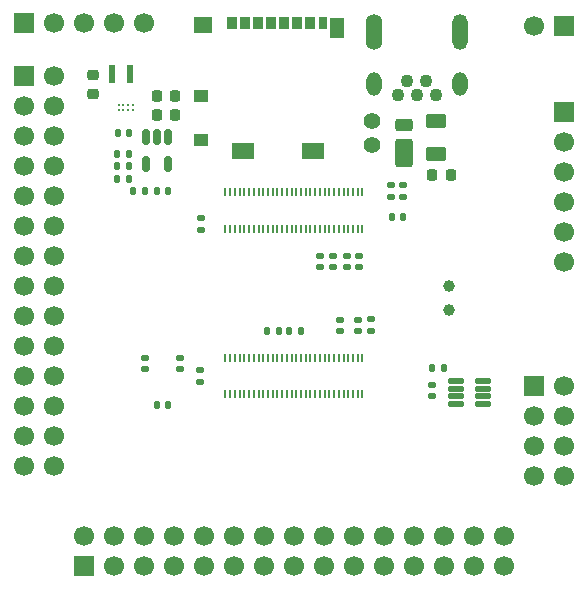
<source format=gbr>
%TF.GenerationSoftware,KiCad,Pcbnew,9.0.0+1*%
%TF.CreationDate,2025-08-24T22:54:41+08:00*%
%TF.ProjectId,cube,63756265-2e6b-4696-9361-645f70636258,rev?*%
%TF.SameCoordinates,Original*%
%TF.FileFunction,Soldermask,Top*%
%TF.FilePolarity,Negative*%
%FSLAX46Y46*%
G04 Gerber Fmt 4.6, Leading zero omitted, Abs format (unit mm)*
G04 Created by KiCad (PCBNEW 9.0.0+1) date 2025-08-24 22:54:41*
%MOMM*%
%LPD*%
G01*
G04 APERTURE LIST*
G04 Aperture macros list*
%AMRoundRect*
0 Rectangle with rounded corners*
0 $1 Rounding radius*
0 $2 $3 $4 $5 $6 $7 $8 $9 X,Y pos of 4 corners*
0 Add a 4 corners polygon primitive as box body*
4,1,4,$2,$3,$4,$5,$6,$7,$8,$9,$2,$3,0*
0 Add four circle primitives for the rounded corners*
1,1,$1+$1,$2,$3*
1,1,$1+$1,$4,$5*
1,1,$1+$1,$6,$7*
1,1,$1+$1,$8,$9*
0 Add four rect primitives between the rounded corners*
20,1,$1+$1,$2,$3,$4,$5,0*
20,1,$1+$1,$4,$5,$6,$7,0*
20,1,$1+$1,$6,$7,$8,$9,0*
20,1,$1+$1,$8,$9,$2,$3,0*%
G04 Aperture macros list end*
%ADD10R,1.700000X1.700000*%
%ADD11C,1.700000*%
%ADD12C,1.000000*%
%ADD13RoundRect,0.150000X-0.150000X0.512500X-0.150000X-0.512500X0.150000X-0.512500X0.150000X0.512500X0*%
%ADD14RoundRect,0.140000X0.140000X0.170000X-0.140000X0.170000X-0.140000X-0.170000X0.140000X-0.170000X0*%
%ADD15RoundRect,0.140000X-0.170000X0.140000X-0.170000X-0.140000X0.170000X-0.140000X0.170000X0.140000X0*%
%ADD16RoundRect,0.135000X-0.135000X-0.185000X0.135000X-0.185000X0.135000X0.185000X-0.135000X0.185000X0*%
%ADD17RoundRect,0.050165X0.050165X0.300355X-0.050165X0.300355X-0.050165X-0.300355X0.050165X-0.300355X0*%
%ADD18RoundRect,0.135000X-0.185000X0.135000X-0.185000X-0.135000X0.185000X-0.135000X0.185000X0.135000X0*%
%ADD19RoundRect,0.140000X-0.140000X-0.170000X0.140000X-0.170000X0.140000X0.170000X-0.140000X0.170000X0*%
%ADD20C,0.330000*%
%ADD21RoundRect,0.135000X0.185000X-0.135000X0.185000X0.135000X-0.185000X0.135000X-0.185000X-0.135000X0*%
%ADD22RoundRect,0.125000X-0.537500X-0.125000X0.537500X-0.125000X0.537500X0.125000X-0.537500X0.125000X0*%
%ADD23RoundRect,0.137500X0.137500X0.662500X-0.137500X0.662500X-0.137500X-0.662500X0.137500X-0.662500X0*%
%ADD24RoundRect,0.135000X0.135000X0.185000X-0.135000X0.185000X-0.135000X-0.185000X0.135000X-0.185000X0*%
%ADD25RoundRect,0.225000X-0.250000X0.225000X-0.250000X-0.225000X0.250000X-0.225000X0.250000X0.225000X0*%
%ADD26C,1.400000*%
%ADD27RoundRect,0.140000X0.170000X-0.140000X0.170000X0.140000X-0.170000X0.140000X-0.170000X-0.140000X0*%
%ADD28RoundRect,0.250000X-0.625000X0.375000X-0.625000X-0.375000X0.625000X-0.375000X0.625000X0.375000X0*%
%ADD29R,0.850000X1.100000*%
%ADD30R,0.750000X1.100000*%
%ADD31R,1.200000X1.000000*%
%ADD32R,1.550000X1.350000*%
%ADD33R,1.900000X1.350000*%
%ADD34R,1.170000X1.800000*%
%ADD35RoundRect,0.250000X-0.500000X0.950000X-0.500000X-0.950000X0.500000X-0.950000X0.500000X0.950000X0*%
%ADD36RoundRect,0.250000X-0.500000X0.275000X-0.500000X-0.275000X0.500000X-0.275000X0.500000X0.275000X0*%
%ADD37RoundRect,0.225000X0.225000X0.250000X-0.225000X0.250000X-0.225000X-0.250000X0.225000X-0.250000X0*%
%ADD38RoundRect,0.225000X-0.225000X-0.250000X0.225000X-0.250000X0.225000X0.250000X-0.225000X0.250000X0*%
%ADD39C,1.100000*%
%ADD40O,1.300000X2.000000*%
%ADD41O,1.300000X3.050000*%
%ADD42O,1.400000X3.050000*%
G04 APERTURE END LIST*
D10*
%TO.C,J6*%
X76869000Y-80236000D03*
D11*
X79409000Y-80236000D03*
X76869000Y-82776000D03*
X79409000Y-82776000D03*
X76869000Y-85316000D03*
X79409000Y-85316000D03*
X76869000Y-87856000D03*
X79409000Y-87856000D03*
X76869000Y-90396000D03*
X79409000Y-90396000D03*
X76869000Y-92936000D03*
X79409000Y-92936000D03*
X76869000Y-95476000D03*
X79409000Y-95476000D03*
X76869000Y-98016000D03*
X79409000Y-98016000D03*
X76869000Y-100556000D03*
X79409000Y-100556000D03*
X76869000Y-103096000D03*
X79409000Y-103096000D03*
X76869000Y-105636000D03*
X79409000Y-105636000D03*
X76869000Y-108176000D03*
X79409000Y-108176000D03*
X76869000Y-110716000D03*
X79409000Y-110716000D03*
X76869000Y-113256000D03*
X79409000Y-113256000D03*
%TD*%
D12*
%TO.C,DONE*%
X112810000Y-98070000D03*
%TD*%
D13*
%TO.C,U2*%
X89060000Y-85432500D03*
X88110000Y-85432500D03*
X87160000Y-85432500D03*
X87160000Y-87707500D03*
X89060000Y-87707500D03*
%TD*%
D10*
%TO.C,J4*%
X120070000Y-106510000D03*
D11*
X122610000Y-106510000D03*
X120070000Y-109050000D03*
X122610000Y-109050000D03*
X120070000Y-111590000D03*
X122610000Y-111590000D03*
X120070000Y-114130000D03*
X122610000Y-114130000D03*
%TD*%
D14*
%TO.C,C4*%
X89061000Y-90015000D03*
X88101000Y-90015000D03*
%TD*%
D15*
%TO.C,C17*%
X101960000Y-95500000D03*
X101960000Y-96460000D03*
%TD*%
D16*
%TO.C,R11*%
X111410000Y-104970000D03*
X112430000Y-104970000D03*
%TD*%
%TO.C,R3*%
X99300000Y-101870000D03*
X100320000Y-101870000D03*
%TD*%
D17*
%TO.C,J1*%
X93921740Y-104131520D03*
X93921740Y-107210000D03*
X94320520Y-104131520D03*
X94320520Y-107210002D03*
X94719300Y-104131520D03*
X94719300Y-107210000D03*
X95120622Y-104131520D03*
X95120620Y-107210000D03*
X95519397Y-104131520D03*
X95519400Y-107210000D03*
X95920720Y-104131520D03*
X95920720Y-107210000D03*
X96319500Y-104131520D03*
X96319500Y-107210002D03*
X96720820Y-104131520D03*
X96720817Y-107210000D03*
X97119600Y-104131520D03*
X97119600Y-107210000D03*
X97520920Y-104131522D03*
X97520920Y-107210000D03*
X97919700Y-104131520D03*
X97919700Y-107210000D03*
X98321020Y-104131520D03*
X98321020Y-107210000D03*
X98719800Y-104131520D03*
X98719797Y-107210000D03*
X99121120Y-104131520D03*
X99121120Y-107210000D03*
X99519900Y-104131522D03*
X99519900Y-107210000D03*
X99921220Y-104131522D03*
X99921220Y-107210000D03*
X100320000Y-104131520D03*
X100320000Y-107210000D03*
X100721320Y-104131520D03*
X100721322Y-107210000D03*
X101120100Y-104131520D03*
X101120100Y-107210000D03*
X101521420Y-104131520D03*
X101521420Y-107210000D03*
X101920200Y-104131522D03*
X101920200Y-107210000D03*
X102321520Y-104131520D03*
X102321520Y-107210000D03*
X102720300Y-104131520D03*
X102720302Y-107210000D03*
X103121620Y-104131520D03*
X103121620Y-107210002D03*
X103520400Y-104131520D03*
X103520400Y-107210000D03*
X103921722Y-104131520D03*
X103921720Y-107210000D03*
X104320497Y-104131520D03*
X104320500Y-107210000D03*
X104721820Y-104131520D03*
X104721820Y-107210000D03*
X105120600Y-104131520D03*
X105120600Y-107210002D03*
X105519380Y-104131520D03*
X105519380Y-107210000D03*
%TD*%
D18*
%TO.C,R1*%
X107910000Y-89485000D03*
X107910000Y-90505000D03*
%TD*%
D19*
%TO.C,C8*%
X88110000Y-108138382D03*
X89070000Y-108138382D03*
%TD*%
D20*
%TO.C,U5*%
X86078000Y-82715950D03*
X86078000Y-83115950D03*
X85678000Y-82715950D03*
X85678000Y-83115950D03*
X85278000Y-82715950D03*
X85278000Y-83115950D03*
X84878000Y-82715950D03*
X84878000Y-83115950D03*
%TD*%
D21*
%TO.C,R4*%
X108985000Y-90505000D03*
X108985000Y-89485000D03*
%TD*%
D22*
%TO.C,U1*%
X113472500Y-106095000D03*
X113472500Y-106745000D03*
X113472500Y-107395000D03*
X113472500Y-108045000D03*
X115747500Y-108045000D03*
X115747500Y-107395000D03*
X115747500Y-106745000D03*
X115747500Y-106095000D03*
%TD*%
D14*
%TO.C,C5*%
X108940000Y-92240000D03*
X107980000Y-92240000D03*
%TD*%
D23*
%TO.C,L1*%
X85803000Y-80116000D03*
X84353000Y-80116000D03*
%TD*%
D24*
%TO.C,R5*%
X87145000Y-90020000D03*
X86125000Y-90020000D03*
%TD*%
D25*
%TO.C,C18*%
X82740000Y-80230000D03*
X82740000Y-81780000D03*
%TD*%
D26*
%TO.C,CONFIG1*%
X106310000Y-86120000D03*
X106310000Y-84120000D03*
%TD*%
D10*
%TO.C,J7*%
X122610000Y-83320000D03*
D11*
X122610000Y-85860000D03*
X122610000Y-88400000D03*
X122610000Y-90940000D03*
X122610000Y-93480000D03*
X122610000Y-96020000D03*
%TD*%
D17*
%TO.C,J5*%
X93921740Y-90131520D03*
X93921740Y-93210000D03*
X94320520Y-90131520D03*
X94320520Y-93210002D03*
X94719300Y-90131520D03*
X94719300Y-93210000D03*
X95120622Y-90131520D03*
X95120620Y-93210000D03*
X95519397Y-90131520D03*
X95519400Y-93210000D03*
X95920720Y-90131520D03*
X95920720Y-93210000D03*
X96319500Y-90131520D03*
X96319500Y-93210002D03*
X96720820Y-90131520D03*
X96720817Y-93210000D03*
X97119600Y-90131520D03*
X97119600Y-93210000D03*
X97520920Y-90131522D03*
X97520920Y-93210000D03*
X97919700Y-90131520D03*
X97919700Y-93210000D03*
X98321020Y-90131520D03*
X98321020Y-93210000D03*
X98719800Y-90131520D03*
X98719797Y-93210000D03*
X99121120Y-90131520D03*
X99121120Y-93210000D03*
X99519900Y-90131522D03*
X99519900Y-93210000D03*
X99921220Y-90131522D03*
X99921220Y-93210000D03*
X100320000Y-90131520D03*
X100320000Y-93210000D03*
X100721320Y-90131520D03*
X100721322Y-93210000D03*
X101120100Y-90131520D03*
X101120100Y-93210000D03*
X101521420Y-90131520D03*
X101521420Y-93210000D03*
X101920200Y-90131522D03*
X101920200Y-93210000D03*
X102321520Y-90131520D03*
X102321520Y-93210000D03*
X102720300Y-90131520D03*
X102720302Y-93210000D03*
X103121620Y-90131520D03*
X103121620Y-93210002D03*
X103520400Y-90131520D03*
X103520400Y-93210000D03*
X103921722Y-90131520D03*
X103921720Y-93210000D03*
X104320497Y-90131520D03*
X104320500Y-93210000D03*
X104721820Y-90131520D03*
X104721820Y-93210000D03*
X105120600Y-90131520D03*
X105120600Y-93210002D03*
X105519380Y-90131520D03*
X105519380Y-93210000D03*
%TD*%
D15*
%TO.C,C12*%
X104185000Y-95495000D03*
X104185000Y-96455000D03*
%TD*%
D27*
%TO.C,C11*%
X90090000Y-105110000D03*
X90090000Y-104150000D03*
%TD*%
D16*
%TO.C,R9*%
X84750000Y-87920000D03*
X85770000Y-87920000D03*
%TD*%
D27*
%TO.C,C15*%
X91835000Y-93270000D03*
X91835000Y-92310000D03*
%TD*%
D12*
%TO.C,READY*%
X112810000Y-100070000D03*
%TD*%
D16*
%TO.C,R10*%
X84750000Y-88970000D03*
X85770000Y-88970000D03*
%TD*%
D27*
%TO.C,C13*%
X105110000Y-101860000D03*
X105110000Y-100900000D03*
%TD*%
D16*
%TO.C,R8*%
X84750000Y-86870000D03*
X85770000Y-86870000D03*
%TD*%
D28*
%TO.C,F1*%
X111710000Y-84070000D03*
X111710000Y-86870000D03*
%TD*%
D14*
%TO.C,C10*%
X85778000Y-85116000D03*
X84818000Y-85116000D03*
%TD*%
D10*
%TO.C,J10*%
X122610000Y-76030000D03*
D11*
X120070000Y-76030000D03*
%TD*%
D27*
%TO.C,C14*%
X103610000Y-101870000D03*
X103610000Y-100910000D03*
%TD*%
D29*
%TO.C,J2*%
X94505000Y-75820000D03*
X95605000Y-75820000D03*
X96705000Y-75820000D03*
X97805000Y-75820000D03*
X98905000Y-75820000D03*
X100005000Y-75820000D03*
X101105000Y-75820000D03*
D30*
X102155000Y-75820000D03*
D31*
X91870000Y-81970000D03*
X91870000Y-85670000D03*
D32*
X92045000Y-75945000D03*
D33*
X95370000Y-86645000D03*
X101340000Y-86645000D03*
D34*
X103365000Y-76170000D03*
%TD*%
D27*
%TO.C,C6*%
X87090000Y-105118382D03*
X87090000Y-104158382D03*
%TD*%
D35*
%TO.C,D1*%
X109060000Y-86770000D03*
D36*
X109060000Y-84395000D03*
%TD*%
D37*
%TO.C,C1*%
X89685000Y-81970000D03*
X88135000Y-81970000D03*
%TD*%
D16*
%TO.C,R7*%
X97440000Y-101870000D03*
X98460000Y-101870000D03*
%TD*%
D10*
%TO.C,J9*%
X76890000Y-75826800D03*
D11*
X79430000Y-75826800D03*
X81970000Y-75826800D03*
X84510000Y-75826800D03*
X87050000Y-75826800D03*
%TD*%
D15*
%TO.C,C3*%
X111410000Y-106430000D03*
X111410000Y-107390000D03*
%TD*%
D38*
%TO.C,C7*%
X111435000Y-88670000D03*
X112985000Y-88670000D03*
%TD*%
D15*
%TO.C,C16*%
X103060000Y-95495000D03*
X103060000Y-96455000D03*
%TD*%
%TO.C,C9*%
X105260000Y-95495000D03*
X105260000Y-96455000D03*
%TD*%
D39*
%TO.C,J8*%
X111710000Y-81870000D03*
X110910000Y-80670000D03*
X110110000Y-81870000D03*
X109310000Y-80670000D03*
X108510000Y-81870000D03*
D40*
X113760000Y-80970000D03*
D41*
X113760000Y-76545000D03*
D40*
X106460000Y-80970000D03*
D42*
X106460000Y-76545000D03*
%TD*%
D10*
%TO.C,J3*%
X81970000Y-121750000D03*
D11*
X81970000Y-119210000D03*
X84510000Y-121750000D03*
X84510000Y-119210000D03*
X87050000Y-121750000D03*
X87050000Y-119210000D03*
X89590000Y-121750000D03*
X89590000Y-119210000D03*
X92130000Y-121750000D03*
X92130000Y-119210000D03*
X94670000Y-121750000D03*
X94670000Y-119210000D03*
X97210000Y-121750000D03*
X97210000Y-119210000D03*
X99750000Y-121750000D03*
X99750000Y-119210000D03*
X102290000Y-121750000D03*
X102290000Y-119210000D03*
X104830000Y-121750000D03*
X104830000Y-119210000D03*
X107370000Y-121750000D03*
X107370000Y-119210000D03*
X109910000Y-121750000D03*
X109910000Y-119210000D03*
X112450000Y-121750000D03*
X112450000Y-119210000D03*
X114990000Y-121750000D03*
X114990000Y-119210000D03*
X117530000Y-121750000D03*
X117530000Y-119210000D03*
%TD*%
D18*
%TO.C,R6*%
X91760000Y-105135000D03*
X91760000Y-106155000D03*
%TD*%
%TO.C,R2*%
X106210000Y-100860000D03*
X106210000Y-101880000D03*
%TD*%
D37*
%TO.C,C2*%
X89685000Y-83570000D03*
X88135000Y-83570000D03*
%TD*%
M02*

</source>
